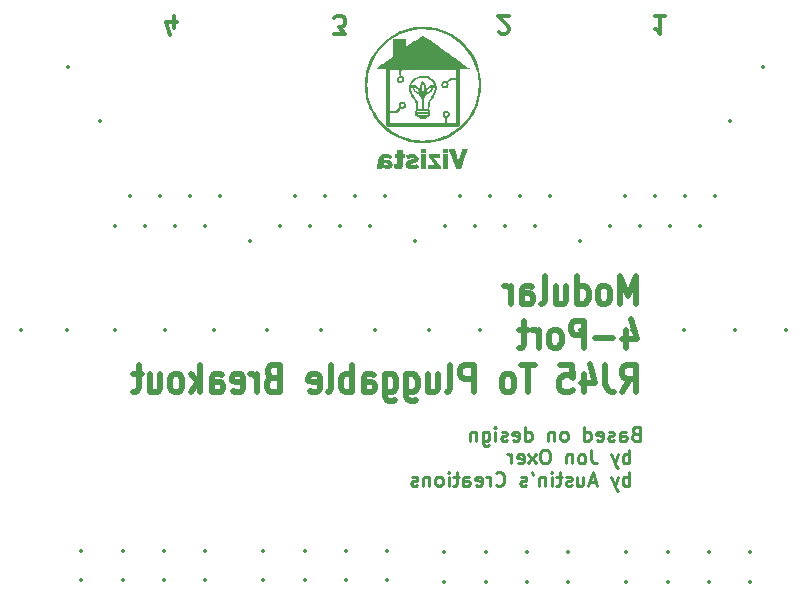
<source format=gbo>
%TF.GenerationSoftware,KiCad,Pcbnew,(6.0.9)*%
%TF.CreationDate,2023-11-10T22:24:20+05:30*%
%TF.ProjectId,RJ45-To-Terminal,524a3435-2d54-46f2-9d54-65726d696e61,2*%
%TF.SameCoordinates,Original*%
%TF.FileFunction,Legend,Bot*%
%TF.FilePolarity,Positive*%
%FSLAX46Y46*%
G04 Gerber Fmt 4.6, Leading zero omitted, Abs format (unit mm)*
G04 Created by KiCad (PCBNEW (6.0.9)) date 2023-11-10 22:24:20*
%MOMM*%
%LPD*%
G01*
G04 APERTURE LIST*
%ADD10C,0.300000*%
%ADD11C,0.476000*%
%ADD12C,0.241808*%
%ADD13C,0.350000*%
G04 APERTURE END LIST*
D10*
X156822828Y-65499371D02*
X156894257Y-65570800D01*
X157037114Y-65642228D01*
X157394257Y-65642228D01*
X157537114Y-65570800D01*
X157608542Y-65499371D01*
X157679971Y-65356514D01*
X157679971Y-65213657D01*
X157608542Y-64999371D01*
X156751400Y-64142228D01*
X157679971Y-64142228D01*
X129343114Y-65142228D02*
X129343114Y-64142228D01*
X128985971Y-65713657D02*
X128628828Y-64642228D01*
X129557400Y-64642228D01*
X142908400Y-65642228D02*
X143836971Y-65642228D01*
X143336971Y-65070800D01*
X143551257Y-65070800D01*
X143694114Y-64999371D01*
X143765542Y-64927942D01*
X143836971Y-64785085D01*
X143836971Y-64427942D01*
X143765542Y-64285085D01*
X143694114Y-64213657D01*
X143551257Y-64142228D01*
X143122685Y-64142228D01*
X142979828Y-64213657D01*
X142908400Y-64285085D01*
X170887971Y-64142228D02*
X170030828Y-64142228D01*
X170459400Y-64142228D02*
X170459400Y-65642228D01*
X170316542Y-65427942D01*
X170173685Y-65285085D01*
X170030828Y-65213657D01*
D11*
X168429209Y-88519653D02*
X168429209Y-86195653D01*
X167762542Y-87855653D01*
X167095876Y-86195653D01*
X167095876Y-88519653D01*
X165857780Y-88519653D02*
X166048257Y-88408986D01*
X166143495Y-88298320D01*
X166238733Y-88076986D01*
X166238733Y-87412986D01*
X166143495Y-87191653D01*
X166048257Y-87080986D01*
X165857780Y-86970320D01*
X165572066Y-86970320D01*
X165381590Y-87080986D01*
X165286352Y-87191653D01*
X165191114Y-87412986D01*
X165191114Y-88076986D01*
X165286352Y-88298320D01*
X165381590Y-88408986D01*
X165572066Y-88519653D01*
X165857780Y-88519653D01*
X163476828Y-88519653D02*
X163476828Y-86195653D01*
X163476828Y-88408986D02*
X163667304Y-88519653D01*
X164048257Y-88519653D01*
X164238733Y-88408986D01*
X164333971Y-88298320D01*
X164429209Y-88076986D01*
X164429209Y-87412986D01*
X164333971Y-87191653D01*
X164238733Y-87080986D01*
X164048257Y-86970320D01*
X163667304Y-86970320D01*
X163476828Y-87080986D01*
X161667304Y-86970320D02*
X161667304Y-88519653D01*
X162524447Y-86970320D02*
X162524447Y-88187653D01*
X162429209Y-88408986D01*
X162238733Y-88519653D01*
X161953019Y-88519653D01*
X161762542Y-88408986D01*
X161667304Y-88298320D01*
X160429209Y-88519653D02*
X160619685Y-88408986D01*
X160714923Y-88187653D01*
X160714923Y-86195653D01*
X158810161Y-88519653D02*
X158810161Y-87302320D01*
X158905400Y-87080986D01*
X159095876Y-86970320D01*
X159476828Y-86970320D01*
X159667304Y-87080986D01*
X158810161Y-88408986D02*
X159000638Y-88519653D01*
X159476828Y-88519653D01*
X159667304Y-88408986D01*
X159762542Y-88187653D01*
X159762542Y-87966320D01*
X159667304Y-87744986D01*
X159476828Y-87634320D01*
X159000638Y-87634320D01*
X158810161Y-87523653D01*
X157857780Y-88519653D02*
X157857780Y-86970320D01*
X157857780Y-87412986D02*
X157762542Y-87191653D01*
X157667304Y-87080986D01*
X157476828Y-86970320D01*
X157286352Y-86970320D01*
X167572066Y-90711960D02*
X167572066Y-92261293D01*
X168048257Y-89826626D02*
X168524447Y-91486626D01*
X167286352Y-91486626D01*
X166524447Y-91375960D02*
X165000638Y-91375960D01*
X164048257Y-92261293D02*
X164048257Y-89937293D01*
X163286352Y-89937293D01*
X163095876Y-90047960D01*
X163000638Y-90158626D01*
X162905400Y-90379960D01*
X162905400Y-90711960D01*
X163000638Y-90933293D01*
X163095876Y-91043960D01*
X163286352Y-91154626D01*
X164048257Y-91154626D01*
X161762542Y-92261293D02*
X161953019Y-92150626D01*
X162048257Y-92039960D01*
X162143495Y-91818626D01*
X162143495Y-91154626D01*
X162048257Y-90933293D01*
X161953019Y-90822626D01*
X161762542Y-90711960D01*
X161476828Y-90711960D01*
X161286352Y-90822626D01*
X161191114Y-90933293D01*
X161095876Y-91154626D01*
X161095876Y-91818626D01*
X161191114Y-92039960D01*
X161286352Y-92150626D01*
X161476828Y-92261293D01*
X161762542Y-92261293D01*
X160238733Y-92261293D02*
X160238733Y-90711960D01*
X160238733Y-91154626D02*
X160143495Y-90933293D01*
X160048257Y-90822626D01*
X159857780Y-90711960D01*
X159667304Y-90711960D01*
X159286352Y-90711960D02*
X158524447Y-90711960D01*
X159000638Y-89937293D02*
X159000638Y-91929293D01*
X158905400Y-92150626D01*
X158714923Y-92261293D01*
X158524447Y-92261293D01*
X167286352Y-96002933D02*
X167953019Y-94896266D01*
X168429209Y-96002933D02*
X168429209Y-93678933D01*
X167667304Y-93678933D01*
X167476828Y-93789600D01*
X167381590Y-93900266D01*
X167286352Y-94121600D01*
X167286352Y-94453600D01*
X167381590Y-94674933D01*
X167476828Y-94785600D01*
X167667304Y-94896266D01*
X168429209Y-94896266D01*
X165857780Y-93678933D02*
X165857780Y-95338933D01*
X165953019Y-95670933D01*
X166143495Y-95892266D01*
X166429209Y-96002933D01*
X166619685Y-96002933D01*
X164048257Y-94453600D02*
X164048257Y-96002933D01*
X164524447Y-93568266D02*
X165000638Y-95228266D01*
X163762542Y-95228266D01*
X162048257Y-93678933D02*
X163000638Y-93678933D01*
X163095876Y-94785600D01*
X163000638Y-94674933D01*
X162810161Y-94564266D01*
X162333971Y-94564266D01*
X162143495Y-94674933D01*
X162048257Y-94785600D01*
X161953019Y-95006933D01*
X161953019Y-95560266D01*
X162048257Y-95781600D01*
X162143495Y-95892266D01*
X162333971Y-96002933D01*
X162810161Y-96002933D01*
X163000638Y-95892266D01*
X163095876Y-95781600D01*
X159857780Y-93678933D02*
X158714923Y-93678933D01*
X159286352Y-96002933D02*
X159286352Y-93678933D01*
X157762542Y-96002933D02*
X157953019Y-95892266D01*
X158048257Y-95781600D01*
X158143495Y-95560266D01*
X158143495Y-94896266D01*
X158048257Y-94674933D01*
X157953019Y-94564266D01*
X157762542Y-94453600D01*
X157476828Y-94453600D01*
X157286352Y-94564266D01*
X157191114Y-94674933D01*
X157095876Y-94896266D01*
X157095876Y-95560266D01*
X157191114Y-95781600D01*
X157286352Y-95892266D01*
X157476828Y-96002933D01*
X157762542Y-96002933D01*
X154714923Y-96002933D02*
X154714923Y-93678933D01*
X153953019Y-93678933D01*
X153762542Y-93789600D01*
X153667304Y-93900266D01*
X153572066Y-94121600D01*
X153572066Y-94453600D01*
X153667304Y-94674933D01*
X153762542Y-94785600D01*
X153953019Y-94896266D01*
X154714923Y-94896266D01*
X152429209Y-96002933D02*
X152619685Y-95892266D01*
X152714923Y-95670933D01*
X152714923Y-93678933D01*
X150810161Y-94453600D02*
X150810161Y-96002933D01*
X151667304Y-94453600D02*
X151667304Y-95670933D01*
X151572066Y-95892266D01*
X151381590Y-96002933D01*
X151095876Y-96002933D01*
X150905400Y-95892266D01*
X150810161Y-95781600D01*
X149000638Y-94453600D02*
X149000638Y-96334933D01*
X149095876Y-96556266D01*
X149191114Y-96666933D01*
X149381590Y-96777600D01*
X149667304Y-96777600D01*
X149857780Y-96666933D01*
X149000638Y-95892266D02*
X149191114Y-96002933D01*
X149572066Y-96002933D01*
X149762542Y-95892266D01*
X149857780Y-95781600D01*
X149953019Y-95560266D01*
X149953019Y-94896266D01*
X149857780Y-94674933D01*
X149762542Y-94564266D01*
X149572066Y-94453600D01*
X149191114Y-94453600D01*
X149000638Y-94564266D01*
X147191114Y-94453600D02*
X147191114Y-96334933D01*
X147286352Y-96556266D01*
X147381590Y-96666933D01*
X147572066Y-96777600D01*
X147857780Y-96777600D01*
X148048257Y-96666933D01*
X147191114Y-95892266D02*
X147381590Y-96002933D01*
X147762542Y-96002933D01*
X147953019Y-95892266D01*
X148048257Y-95781600D01*
X148143495Y-95560266D01*
X148143495Y-94896266D01*
X148048257Y-94674933D01*
X147953019Y-94564266D01*
X147762542Y-94453600D01*
X147381590Y-94453600D01*
X147191114Y-94564266D01*
X145381590Y-96002933D02*
X145381590Y-94785600D01*
X145476828Y-94564266D01*
X145667304Y-94453600D01*
X146048257Y-94453600D01*
X146238733Y-94564266D01*
X145381590Y-95892266D02*
X145572066Y-96002933D01*
X146048257Y-96002933D01*
X146238733Y-95892266D01*
X146333971Y-95670933D01*
X146333971Y-95449600D01*
X146238733Y-95228266D01*
X146048257Y-95117600D01*
X145572066Y-95117600D01*
X145381590Y-95006933D01*
X144429209Y-96002933D02*
X144429209Y-93678933D01*
X144429209Y-94564266D02*
X144238733Y-94453600D01*
X143857780Y-94453600D01*
X143667304Y-94564266D01*
X143572066Y-94674933D01*
X143476828Y-94896266D01*
X143476828Y-95560266D01*
X143572066Y-95781600D01*
X143667304Y-95892266D01*
X143857780Y-96002933D01*
X144238733Y-96002933D01*
X144429209Y-95892266D01*
X142333971Y-96002933D02*
X142524447Y-95892266D01*
X142619685Y-95670933D01*
X142619685Y-93678933D01*
X140810161Y-95892266D02*
X141000638Y-96002933D01*
X141381590Y-96002933D01*
X141572066Y-95892266D01*
X141667304Y-95670933D01*
X141667304Y-94785600D01*
X141572066Y-94564266D01*
X141381590Y-94453600D01*
X141000638Y-94453600D01*
X140810161Y-94564266D01*
X140714923Y-94785600D01*
X140714923Y-95006933D01*
X141667304Y-95228266D01*
X137667304Y-94785600D02*
X137381590Y-94896266D01*
X137286352Y-95006933D01*
X137191114Y-95228266D01*
X137191114Y-95560266D01*
X137286352Y-95781600D01*
X137381590Y-95892266D01*
X137572066Y-96002933D01*
X138333971Y-96002933D01*
X138333971Y-93678933D01*
X137667304Y-93678933D01*
X137476828Y-93789600D01*
X137381590Y-93900266D01*
X137286352Y-94121600D01*
X137286352Y-94342933D01*
X137381590Y-94564266D01*
X137476828Y-94674933D01*
X137667304Y-94785600D01*
X138333971Y-94785600D01*
X136333971Y-96002933D02*
X136333971Y-94453600D01*
X136333971Y-94896266D02*
X136238733Y-94674933D01*
X136143495Y-94564266D01*
X135953019Y-94453600D01*
X135762542Y-94453600D01*
X134333971Y-95892266D02*
X134524447Y-96002933D01*
X134905400Y-96002933D01*
X135095876Y-95892266D01*
X135191114Y-95670933D01*
X135191114Y-94785600D01*
X135095876Y-94564266D01*
X134905400Y-94453600D01*
X134524447Y-94453600D01*
X134333971Y-94564266D01*
X134238733Y-94785600D01*
X134238733Y-95006933D01*
X135191114Y-95228266D01*
X132524447Y-96002933D02*
X132524447Y-94785600D01*
X132619685Y-94564266D01*
X132810161Y-94453600D01*
X133191114Y-94453600D01*
X133381590Y-94564266D01*
X132524447Y-95892266D02*
X132714923Y-96002933D01*
X133191114Y-96002933D01*
X133381590Y-95892266D01*
X133476828Y-95670933D01*
X133476828Y-95449600D01*
X133381590Y-95228266D01*
X133191114Y-95117600D01*
X132714923Y-95117600D01*
X132524447Y-95006933D01*
X131572066Y-96002933D02*
X131572066Y-93678933D01*
X131381590Y-95117600D02*
X130810161Y-96002933D01*
X130810161Y-94453600D02*
X131572066Y-95338933D01*
X129667304Y-96002933D02*
X129857780Y-95892266D01*
X129953019Y-95781600D01*
X130048257Y-95560266D01*
X130048257Y-94896266D01*
X129953019Y-94674933D01*
X129857780Y-94564266D01*
X129667304Y-94453600D01*
X129381590Y-94453600D01*
X129191114Y-94564266D01*
X129095876Y-94674933D01*
X129000638Y-94896266D01*
X129000638Y-95560266D01*
X129095876Y-95781600D01*
X129191114Y-95892266D01*
X129381590Y-96002933D01*
X129667304Y-96002933D01*
X127286352Y-94453600D02*
X127286352Y-96002933D01*
X128143495Y-94453600D02*
X128143495Y-95670933D01*
X128048257Y-95892266D01*
X127857780Y-96002933D01*
X127572066Y-96002933D01*
X127381590Y-95892266D01*
X127286352Y-95781600D01*
X126619685Y-94453600D02*
X125857780Y-94453600D01*
X126333971Y-93678933D02*
X126333971Y-95670933D01*
X126238733Y-95892266D01*
X126048257Y-96002933D01*
X125857780Y-96002933D01*
D12*
X168383000Y-99511470D02*
X168214344Y-99567688D01*
X168158126Y-99623907D01*
X168101907Y-99736344D01*
X168101907Y-99905000D01*
X168158126Y-100017438D01*
X168214344Y-100073656D01*
X168326782Y-100129875D01*
X168776531Y-100129875D01*
X168776531Y-98949283D01*
X168383000Y-98949283D01*
X168270563Y-99005502D01*
X168214344Y-99061720D01*
X168158126Y-99174158D01*
X168158126Y-99286595D01*
X168214344Y-99399032D01*
X168270563Y-99455251D01*
X168383000Y-99511470D01*
X168776531Y-99511470D01*
X167089971Y-100129875D02*
X167089971Y-99511470D01*
X167146190Y-99399032D01*
X167258627Y-99342814D01*
X167483502Y-99342814D01*
X167595939Y-99399032D01*
X167089971Y-100073656D02*
X167202408Y-100129875D01*
X167483502Y-100129875D01*
X167595939Y-100073656D01*
X167652158Y-99961219D01*
X167652158Y-99848782D01*
X167595939Y-99736344D01*
X167483502Y-99680126D01*
X167202408Y-99680126D01*
X167089971Y-99623907D01*
X166584003Y-100073656D02*
X166471566Y-100129875D01*
X166246691Y-100129875D01*
X166134254Y-100073656D01*
X166078035Y-99961219D01*
X166078035Y-99905000D01*
X166134254Y-99792563D01*
X166246691Y-99736344D01*
X166415347Y-99736344D01*
X166527784Y-99680126D01*
X166584003Y-99567688D01*
X166584003Y-99511470D01*
X166527784Y-99399032D01*
X166415347Y-99342814D01*
X166246691Y-99342814D01*
X166134254Y-99399032D01*
X165122318Y-100073656D02*
X165234755Y-100129875D01*
X165459630Y-100129875D01*
X165572067Y-100073656D01*
X165628286Y-99961219D01*
X165628286Y-99511470D01*
X165572067Y-99399032D01*
X165459630Y-99342814D01*
X165234755Y-99342814D01*
X165122318Y-99399032D01*
X165066099Y-99511470D01*
X165066099Y-99623907D01*
X165628286Y-99736344D01*
X164054163Y-100129875D02*
X164054163Y-98949283D01*
X164054163Y-100073656D02*
X164166600Y-100129875D01*
X164391475Y-100129875D01*
X164503912Y-100073656D01*
X164560131Y-100017438D01*
X164616350Y-99905000D01*
X164616350Y-99567688D01*
X164560131Y-99455251D01*
X164503912Y-99399032D01*
X164391475Y-99342814D01*
X164166600Y-99342814D01*
X164054163Y-99399032D01*
X162423822Y-100129875D02*
X162536259Y-100073656D01*
X162592478Y-100017438D01*
X162648696Y-99905000D01*
X162648696Y-99567688D01*
X162592478Y-99455251D01*
X162536259Y-99399032D01*
X162423822Y-99342814D01*
X162255166Y-99342814D01*
X162142728Y-99399032D01*
X162086510Y-99455251D01*
X162030291Y-99567688D01*
X162030291Y-99905000D01*
X162086510Y-100017438D01*
X162142728Y-100073656D01*
X162255166Y-100129875D01*
X162423822Y-100129875D01*
X161524323Y-99342814D02*
X161524323Y-100129875D01*
X161524323Y-99455251D02*
X161468104Y-99399032D01*
X161355667Y-99342814D01*
X161187011Y-99342814D01*
X161074574Y-99399032D01*
X161018355Y-99511470D01*
X161018355Y-100129875D01*
X159050702Y-100129875D02*
X159050702Y-98949283D01*
X159050702Y-100073656D02*
X159163139Y-100129875D01*
X159388014Y-100129875D01*
X159500451Y-100073656D01*
X159556670Y-100017438D01*
X159612888Y-99905000D01*
X159612888Y-99567688D01*
X159556670Y-99455251D01*
X159500451Y-99399032D01*
X159388014Y-99342814D01*
X159163139Y-99342814D01*
X159050702Y-99399032D01*
X158038766Y-100073656D02*
X158151203Y-100129875D01*
X158376078Y-100129875D01*
X158488515Y-100073656D01*
X158544734Y-99961219D01*
X158544734Y-99511470D01*
X158488515Y-99399032D01*
X158376078Y-99342814D01*
X158151203Y-99342814D01*
X158038766Y-99399032D01*
X157982547Y-99511470D01*
X157982547Y-99623907D01*
X158544734Y-99736344D01*
X157532798Y-100073656D02*
X157420360Y-100129875D01*
X157195486Y-100129875D01*
X157083048Y-100073656D01*
X157026830Y-99961219D01*
X157026830Y-99905000D01*
X157083048Y-99792563D01*
X157195486Y-99736344D01*
X157364142Y-99736344D01*
X157476579Y-99680126D01*
X157532798Y-99567688D01*
X157532798Y-99511470D01*
X157476579Y-99399032D01*
X157364142Y-99342814D01*
X157195486Y-99342814D01*
X157083048Y-99399032D01*
X156520862Y-100129875D02*
X156520862Y-99342814D01*
X156520862Y-98949283D02*
X156577080Y-99005502D01*
X156520862Y-99061720D01*
X156464643Y-99005502D01*
X156520862Y-98949283D01*
X156520862Y-99061720D01*
X155452707Y-99342814D02*
X155452707Y-100298531D01*
X155508926Y-100410968D01*
X155565144Y-100467187D01*
X155677582Y-100523406D01*
X155846238Y-100523406D01*
X155958675Y-100467187D01*
X155452707Y-100073656D02*
X155565144Y-100129875D01*
X155790019Y-100129875D01*
X155902456Y-100073656D01*
X155958675Y-100017438D01*
X156014894Y-99905000D01*
X156014894Y-99567688D01*
X155958675Y-99455251D01*
X155902456Y-99399032D01*
X155790019Y-99342814D01*
X155565144Y-99342814D01*
X155452707Y-99399032D01*
X154890520Y-99342814D02*
X154890520Y-100129875D01*
X154890520Y-99455251D02*
X154834302Y-99399032D01*
X154721864Y-99342814D01*
X154553208Y-99342814D01*
X154440771Y-99399032D01*
X154384552Y-99511470D01*
X154384552Y-100129875D01*
X167877032Y-102030628D02*
X167877032Y-100850036D01*
X167877032Y-101299785D02*
X167764595Y-101243567D01*
X167539720Y-101243567D01*
X167427283Y-101299785D01*
X167371064Y-101356004D01*
X167314846Y-101468441D01*
X167314846Y-101805753D01*
X167371064Y-101918191D01*
X167427283Y-101974409D01*
X167539720Y-102030628D01*
X167764595Y-102030628D01*
X167877032Y-101974409D01*
X166921315Y-101243567D02*
X166640222Y-102030628D01*
X166359128Y-101243567D02*
X166640222Y-102030628D01*
X166752659Y-102311721D01*
X166808878Y-102367940D01*
X166921315Y-102424159D01*
X164672568Y-100850036D02*
X164672568Y-101693316D01*
X164728787Y-101861972D01*
X164841224Y-101974409D01*
X165009880Y-102030628D01*
X165122318Y-102030628D01*
X163941726Y-102030628D02*
X164054163Y-101974409D01*
X164110382Y-101918191D01*
X164166600Y-101805753D01*
X164166600Y-101468441D01*
X164110382Y-101356004D01*
X164054163Y-101299785D01*
X163941726Y-101243567D01*
X163773070Y-101243567D01*
X163660632Y-101299785D01*
X163604414Y-101356004D01*
X163548195Y-101468441D01*
X163548195Y-101805753D01*
X163604414Y-101918191D01*
X163660632Y-101974409D01*
X163773070Y-102030628D01*
X163941726Y-102030628D01*
X163042227Y-101243567D02*
X163042227Y-102030628D01*
X163042227Y-101356004D02*
X162986008Y-101299785D01*
X162873571Y-101243567D01*
X162704915Y-101243567D01*
X162592478Y-101299785D01*
X162536259Y-101412223D01*
X162536259Y-102030628D01*
X160849699Y-100850036D02*
X160624824Y-100850036D01*
X160512387Y-100906255D01*
X160399950Y-101018692D01*
X160343731Y-101243567D01*
X160343731Y-101637097D01*
X160399950Y-101861972D01*
X160512387Y-101974409D01*
X160624824Y-102030628D01*
X160849699Y-102030628D01*
X160962136Y-101974409D01*
X161074574Y-101861972D01*
X161130792Y-101637097D01*
X161130792Y-101243567D01*
X161074574Y-101018692D01*
X160962136Y-100906255D01*
X160849699Y-100850036D01*
X159950200Y-102030628D02*
X159331795Y-101243567D01*
X159950200Y-101243567D02*
X159331795Y-102030628D01*
X158432296Y-101974409D02*
X158544734Y-102030628D01*
X158769608Y-102030628D01*
X158882046Y-101974409D01*
X158938264Y-101861972D01*
X158938264Y-101412223D01*
X158882046Y-101299785D01*
X158769608Y-101243567D01*
X158544734Y-101243567D01*
X158432296Y-101299785D01*
X158376078Y-101412223D01*
X158376078Y-101524660D01*
X158938264Y-101637097D01*
X157870110Y-102030628D02*
X157870110Y-101243567D01*
X157870110Y-101468441D02*
X157813891Y-101356004D01*
X157757672Y-101299785D01*
X157645235Y-101243567D01*
X157532798Y-101243567D01*
X167877032Y-103931381D02*
X167877032Y-102750789D01*
X167877032Y-103200538D02*
X167764595Y-103144320D01*
X167539720Y-103144320D01*
X167427283Y-103200538D01*
X167371064Y-103256757D01*
X167314846Y-103369194D01*
X167314846Y-103706506D01*
X167371064Y-103818944D01*
X167427283Y-103875162D01*
X167539720Y-103931381D01*
X167764595Y-103931381D01*
X167877032Y-103875162D01*
X166921315Y-103144320D02*
X166640222Y-103931381D01*
X166359128Y-103144320D02*
X166640222Y-103931381D01*
X166752659Y-104212474D01*
X166808878Y-104268693D01*
X166921315Y-104324912D01*
X165066099Y-103594069D02*
X164503912Y-103594069D01*
X165178536Y-103931381D02*
X164785006Y-102750789D01*
X164391475Y-103931381D01*
X163491976Y-103144320D02*
X163491976Y-103931381D01*
X163997944Y-103144320D02*
X163997944Y-103762725D01*
X163941726Y-103875162D01*
X163829288Y-103931381D01*
X163660632Y-103931381D01*
X163548195Y-103875162D01*
X163491976Y-103818944D01*
X162986008Y-103875162D02*
X162873571Y-103931381D01*
X162648696Y-103931381D01*
X162536259Y-103875162D01*
X162480040Y-103762725D01*
X162480040Y-103706506D01*
X162536259Y-103594069D01*
X162648696Y-103537850D01*
X162817352Y-103537850D01*
X162929790Y-103481632D01*
X162986008Y-103369194D01*
X162986008Y-103312976D01*
X162929790Y-103200538D01*
X162817352Y-103144320D01*
X162648696Y-103144320D01*
X162536259Y-103200538D01*
X162142728Y-103144320D02*
X161692979Y-103144320D01*
X161974072Y-102750789D02*
X161974072Y-103762725D01*
X161917854Y-103875162D01*
X161805416Y-103931381D01*
X161692979Y-103931381D01*
X161299448Y-103931381D02*
X161299448Y-103144320D01*
X161299448Y-102750789D02*
X161355667Y-102807008D01*
X161299448Y-102863226D01*
X161243230Y-102807008D01*
X161299448Y-102750789D01*
X161299448Y-102863226D01*
X160737262Y-103144320D02*
X160737262Y-103931381D01*
X160737262Y-103256757D02*
X160681043Y-103200538D01*
X160568606Y-103144320D01*
X160399950Y-103144320D01*
X160287512Y-103200538D01*
X160231294Y-103312976D01*
X160231294Y-103931381D01*
X159612888Y-102750789D02*
X159725326Y-102975664D01*
X159163139Y-103875162D02*
X159050702Y-103931381D01*
X158825827Y-103931381D01*
X158713390Y-103875162D01*
X158657171Y-103762725D01*
X158657171Y-103706506D01*
X158713390Y-103594069D01*
X158825827Y-103537850D01*
X158994483Y-103537850D01*
X159106920Y-103481632D01*
X159163139Y-103369194D01*
X159163139Y-103312976D01*
X159106920Y-103200538D01*
X158994483Y-103144320D01*
X158825827Y-103144320D01*
X158713390Y-103200538D01*
X156577080Y-103818944D02*
X156633299Y-103875162D01*
X156801955Y-103931381D01*
X156914392Y-103931381D01*
X157083048Y-103875162D01*
X157195486Y-103762725D01*
X157251704Y-103650288D01*
X157307923Y-103425413D01*
X157307923Y-103256757D01*
X157251704Y-103031882D01*
X157195486Y-102919445D01*
X157083048Y-102807008D01*
X156914392Y-102750789D01*
X156801955Y-102750789D01*
X156633299Y-102807008D01*
X156577080Y-102863226D01*
X156071112Y-103931381D02*
X156071112Y-103144320D01*
X156071112Y-103369194D02*
X156014894Y-103256757D01*
X155958675Y-103200538D01*
X155846238Y-103144320D01*
X155733800Y-103144320D01*
X154890520Y-103875162D02*
X155002958Y-103931381D01*
X155227832Y-103931381D01*
X155340270Y-103875162D01*
X155396488Y-103762725D01*
X155396488Y-103312976D01*
X155340270Y-103200538D01*
X155227832Y-103144320D01*
X155002958Y-103144320D01*
X154890520Y-103200538D01*
X154834302Y-103312976D01*
X154834302Y-103425413D01*
X155396488Y-103537850D01*
X153822366Y-103931381D02*
X153822366Y-103312976D01*
X153878584Y-103200538D01*
X153991022Y-103144320D01*
X154215896Y-103144320D01*
X154328334Y-103200538D01*
X153822366Y-103875162D02*
X153934803Y-103931381D01*
X154215896Y-103931381D01*
X154328334Y-103875162D01*
X154384552Y-103762725D01*
X154384552Y-103650288D01*
X154328334Y-103537850D01*
X154215896Y-103481632D01*
X153934803Y-103481632D01*
X153822366Y-103425413D01*
X153428835Y-103144320D02*
X152979086Y-103144320D01*
X153260179Y-102750789D02*
X153260179Y-103762725D01*
X153203960Y-103875162D01*
X153091523Y-103931381D01*
X152979086Y-103931381D01*
X152585555Y-103931381D02*
X152585555Y-103144320D01*
X152585555Y-102750789D02*
X152641774Y-102807008D01*
X152585555Y-102863226D01*
X152529336Y-102807008D01*
X152585555Y-102750789D01*
X152585555Y-102863226D01*
X151854712Y-103931381D02*
X151967150Y-103875162D01*
X152023368Y-103818944D01*
X152079587Y-103706506D01*
X152079587Y-103369194D01*
X152023368Y-103256757D01*
X151967150Y-103200538D01*
X151854712Y-103144320D01*
X151686056Y-103144320D01*
X151573619Y-103200538D01*
X151517400Y-103256757D01*
X151461182Y-103369194D01*
X151461182Y-103706506D01*
X151517400Y-103818944D01*
X151573619Y-103875162D01*
X151686056Y-103931381D01*
X151854712Y-103931381D01*
X150955214Y-103144320D02*
X150955214Y-103931381D01*
X150955214Y-103256757D02*
X150898995Y-103200538D01*
X150786558Y-103144320D01*
X150617902Y-103144320D01*
X150505464Y-103200538D01*
X150449246Y-103312976D01*
X150449246Y-103931381D01*
X149943278Y-103875162D02*
X149830840Y-103931381D01*
X149605966Y-103931381D01*
X149493528Y-103875162D01*
X149437310Y-103762725D01*
X149437310Y-103706506D01*
X149493528Y-103594069D01*
X149605966Y-103537850D01*
X149774622Y-103537850D01*
X149887059Y-103481632D01*
X149943278Y-103369194D01*
X149943278Y-103312976D01*
X149887059Y-103200538D01*
X149774622Y-103144320D01*
X149605966Y-103144320D01*
X149493528Y-103200538D01*
%TO.C,G\u002A\u002A\u002A*%
G36*
X153475699Y-73474296D02*
G01*
X153416159Y-73533835D01*
X150425459Y-73533535D01*
X150015248Y-73533433D01*
X149628464Y-73533193D01*
X149279130Y-73532803D01*
X148965569Y-73532249D01*
X148686108Y-73531515D01*
X148439073Y-73530588D01*
X148222790Y-73529454D01*
X148035585Y-73528098D01*
X147875782Y-73526505D01*
X147741710Y-73524662D01*
X147631692Y-73522554D01*
X147544055Y-73520168D01*
X147477125Y-73517487D01*
X147429228Y-73514499D01*
X147398690Y-73511189D01*
X147383836Y-73507543D01*
X147380045Y-73505475D01*
X147338908Y-73466263D01*
X147308602Y-73411091D01*
X147308416Y-73410530D01*
X147304443Y-73387508D01*
X147300872Y-73343496D01*
X147297685Y-73276848D01*
X147294916Y-73187564D01*
X147627436Y-73187564D01*
X152292737Y-73187564D01*
X152291952Y-72968599D01*
X152291168Y-72749633D01*
X152227456Y-72708895D01*
X152215913Y-72701322D01*
X152136576Y-72631316D01*
X152092492Y-72548425D01*
X152078864Y-72444100D01*
X152079143Y-72428343D01*
X152254107Y-72428343D01*
X152259320Y-72491705D01*
X152287645Y-72539691D01*
X152313768Y-72559258D01*
X152353844Y-72580910D01*
X152359286Y-72582419D01*
X152409132Y-72579653D01*
X152463833Y-72559415D01*
X152500631Y-72529653D01*
X152507934Y-72514732D01*
X152516524Y-72455388D01*
X152506252Y-72391878D01*
X152479545Y-72345412D01*
X152463662Y-72333642D01*
X152402408Y-72314000D01*
X152336921Y-72319216D01*
X152285710Y-72348952D01*
X152272191Y-72367902D01*
X152254107Y-72428343D01*
X152079143Y-72428343D01*
X152079202Y-72424977D01*
X152095362Y-72330689D01*
X152140024Y-72252924D01*
X152219106Y-72180563D01*
X152223184Y-72177630D01*
X152297248Y-72146631D01*
X152387881Y-72136909D01*
X152478105Y-72148436D01*
X152550947Y-72181177D01*
X152627452Y-72254610D01*
X152680989Y-72345334D01*
X152700115Y-72439247D01*
X152699032Y-72455388D01*
X152697843Y-72473098D01*
X152669686Y-72568389D01*
X152615856Y-72652755D01*
X152544555Y-72711824D01*
X152476057Y-72748713D01*
X152476057Y-73187564D01*
X153188968Y-73187564D01*
X153188968Y-69521165D01*
X152813240Y-69521165D01*
X152686473Y-69646805D01*
X152559705Y-69772446D01*
X152571378Y-69897449D01*
X152573406Y-69930518D01*
X152571377Y-69948912D01*
X152560450Y-70047971D01*
X152515849Y-70143542D01*
X152441809Y-70213809D01*
X152340536Y-70255352D01*
X152311368Y-70260764D01*
X152206599Y-70258696D01*
X152115951Y-70225195D01*
X152042830Y-70166693D01*
X151990638Y-70089615D01*
X151962779Y-70000393D01*
X151962679Y-69921544D01*
X152133838Y-69921544D01*
X152136637Y-69986419D01*
X152176929Y-70047205D01*
X152222445Y-70077940D01*
X152269515Y-70091494D01*
X152304706Y-70082940D01*
X152356592Y-70048007D01*
X152398021Y-69998743D01*
X152414950Y-69948912D01*
X152405312Y-69913257D01*
X152370307Y-69863289D01*
X152322620Y-69822928D01*
X152276041Y-69806329D01*
X152275319Y-69806336D01*
X152232230Y-69818987D01*
X152183455Y-69848545D01*
X152168218Y-69862120D01*
X152133838Y-69921544D01*
X151962679Y-69921544D01*
X151962659Y-69905453D01*
X151993681Y-69811226D01*
X152059250Y-69724139D01*
X152079317Y-69705049D01*
X152115418Y-69676297D01*
X152152838Y-69660754D01*
X152204713Y-69654240D01*
X152284183Y-69652574D01*
X152436284Y-69651585D01*
X152583955Y-69504899D01*
X152731626Y-69358214D01*
X153188968Y-69358214D01*
X153188968Y-68685866D01*
X150892376Y-68691045D01*
X148595784Y-68696225D01*
X148590074Y-68944696D01*
X148588201Y-69035891D01*
X148588031Y-69111350D01*
X148591099Y-69159797D01*
X148598514Y-69188632D01*
X148611383Y-69205258D01*
X148630811Y-69217073D01*
X148699386Y-69261828D01*
X148771682Y-69342589D01*
X148811918Y-69436327D01*
X148816526Y-69503650D01*
X148818729Y-69535830D01*
X148790750Y-69633887D01*
X148726615Y-69723287D01*
X148673254Y-69766823D01*
X148575839Y-69808953D01*
X148473056Y-69814717D01*
X148372773Y-69784215D01*
X148282860Y-69717551D01*
X148244938Y-69670481D01*
X148202586Y-69574473D01*
X148196539Y-69497123D01*
X148361542Y-69497123D01*
X148361549Y-69497845D01*
X148374200Y-69540934D01*
X148403758Y-69589709D01*
X148417333Y-69604946D01*
X148476757Y-69639326D01*
X148541632Y-69636527D01*
X148602418Y-69596235D01*
X148633153Y-69550719D01*
X148646707Y-69503650D01*
X148638153Y-69468458D01*
X148603220Y-69416572D01*
X148553955Y-69375144D01*
X148504124Y-69358214D01*
X148468470Y-69367852D01*
X148418502Y-69402857D01*
X148378141Y-69450544D01*
X148361542Y-69497123D01*
X148196539Y-69497123D01*
X148194692Y-69473490D01*
X148219876Y-69375920D01*
X148276759Y-69290149D01*
X148363961Y-69224565D01*
X148423889Y-69193575D01*
X148418177Y-68944900D01*
X148412464Y-68696225D01*
X147638447Y-68696225D01*
X147638447Y-72158936D01*
X147870516Y-72164722D01*
X148102586Y-72170509D01*
X148402944Y-71870151D01*
X148370705Y-71792992D01*
X148349623Y-71701966D01*
X148354080Y-71662564D01*
X148527503Y-71662564D01*
X148529847Y-71723820D01*
X148565231Y-71782111D01*
X148574937Y-71790986D01*
X148637374Y-71820656D01*
X148703520Y-71817293D01*
X148761304Y-71783924D01*
X148798658Y-71723574D01*
X148800480Y-71716929D01*
X148797412Y-71654786D01*
X148767169Y-71595849D01*
X148718540Y-71558260D01*
X148658892Y-71548357D01*
X148598008Y-71566098D01*
X148552217Y-71607079D01*
X148527503Y-71662564D01*
X148354080Y-71662564D01*
X148360684Y-71604173D01*
X148402193Y-71515049D01*
X148469000Y-71442098D01*
X148555951Y-71392825D01*
X148657893Y-71374733D01*
X148751752Y-71389219D01*
X148849577Y-71439360D01*
X148926047Y-71520251D01*
X148928036Y-71523270D01*
X148958722Y-71579132D01*
X148970705Y-71633479D01*
X148968688Y-71706900D01*
X148967598Y-71716929D01*
X148965468Y-71736534D01*
X148937895Y-71834979D01*
X148882336Y-71909137D01*
X148792982Y-71967629D01*
X148776380Y-71975528D01*
X148698575Y-72000170D01*
X148619846Y-71999452D01*
X148587548Y-71995692D01*
X148556636Y-71997140D01*
X148526441Y-72009250D01*
X148489574Y-72036547D01*
X148438645Y-72083560D01*
X148366265Y-72154817D01*
X148197852Y-72321887D01*
X147918149Y-72332071D01*
X147638447Y-72342256D01*
X147632941Y-72764910D01*
X147627436Y-73187564D01*
X147294916Y-73187564D01*
X147294865Y-73185920D01*
X147292395Y-73069066D01*
X147290258Y-72924639D01*
X147288436Y-72750995D01*
X147286911Y-72546487D01*
X147285666Y-72309470D01*
X147284684Y-72038298D01*
X147283948Y-71731326D01*
X147283439Y-71386908D01*
X147283141Y-71003399D01*
X147281991Y-68666466D01*
X146840603Y-68660977D01*
X146399214Y-68655487D01*
X146978093Y-68239725D01*
X147075035Y-68170120D01*
X147215576Y-68069283D01*
X147348613Y-67973911D01*
X147469032Y-67887665D01*
X147571718Y-67814209D01*
X147651555Y-67757206D01*
X147703429Y-67720319D01*
X147849886Y-67616674D01*
X147862504Y-66129746D01*
X148962424Y-66129746D01*
X148972609Y-66468310D01*
X148982793Y-66806874D01*
X149685520Y-66301443D01*
X149768409Y-66241994D01*
X149913973Y-66138439D01*
X150048241Y-66043981D01*
X150167604Y-65961098D01*
X150268453Y-65892265D01*
X150347179Y-65839960D01*
X150400174Y-65806658D01*
X150423827Y-65794835D01*
X150425861Y-65795304D01*
X150454742Y-65811418D01*
X150513110Y-65848994D01*
X150598061Y-65906016D01*
X150706690Y-65980471D01*
X150836094Y-66070344D01*
X150983369Y-66173621D01*
X151145611Y-66288287D01*
X151319915Y-66412327D01*
X151503378Y-66543727D01*
X151623596Y-66630099D01*
X152004510Y-66903745D01*
X152358676Y-67158133D01*
X152685517Y-67392850D01*
X152984461Y-67607484D01*
X153254932Y-67801624D01*
X153496356Y-67974856D01*
X153708158Y-68126770D01*
X153889764Y-68256952D01*
X154040600Y-68364991D01*
X154160091Y-68450474D01*
X154247662Y-68512989D01*
X154302740Y-68552125D01*
X154448990Y-68655487D01*
X153992115Y-68660962D01*
X153535239Y-68666437D01*
X153535239Y-73414756D01*
X153475699Y-73474296D01*
G37*
G36*
X147842508Y-76782779D02*
G01*
X147804526Y-76887929D01*
X147735377Y-76979712D01*
X147638226Y-77052371D01*
X147516233Y-77100151D01*
X147425418Y-77109436D01*
X147306284Y-77091743D01*
X147185470Y-77045909D01*
X147074232Y-76975118D01*
X146998870Y-76914793D01*
X146965866Y-76984343D01*
X146929225Y-77037053D01*
X146868092Y-77081234D01*
X146850336Y-77087058D01*
X146789152Y-77097521D01*
X146712312Y-77103101D01*
X146633805Y-77103528D01*
X146567619Y-77098530D01*
X146527743Y-77087835D01*
X146523576Y-77081152D01*
X146515580Y-77041409D01*
X146510043Y-76975379D01*
X146507974Y-76892995D01*
X146508472Y-76813356D01*
X146511447Y-76755261D01*
X146518976Y-76721471D01*
X146533130Y-76703315D01*
X146555984Y-76692120D01*
X146568024Y-76687056D01*
X146585124Y-76674330D01*
X146596535Y-76651035D01*
X146600879Y-76626993D01*
X147078614Y-76626993D01*
X147080968Y-76662047D01*
X147102011Y-76711701D01*
X147153347Y-76749070D01*
X147202667Y-76766164D01*
X147275563Y-76772339D01*
X147343848Y-76761707D01*
X147390863Y-76735239D01*
X147419187Y-76688892D01*
X147419748Y-76635751D01*
X147387633Y-76590933D01*
X147327227Y-76559979D01*
X147242919Y-76548430D01*
X147163624Y-76551361D01*
X147111379Y-76563118D01*
X147085457Y-76587174D01*
X147078614Y-76626993D01*
X146600879Y-76626993D01*
X146604015Y-76609635D01*
X146609321Y-76542592D01*
X146614209Y-76442371D01*
X146623560Y-76320461D01*
X146650644Y-76175384D01*
X146696159Y-76061427D01*
X146762677Y-75974404D01*
X146852768Y-75910125D01*
X146969003Y-75864403D01*
X146977390Y-75862061D01*
X147090722Y-75842865D01*
X147225742Y-75837082D01*
X147367268Y-75844026D01*
X147500118Y-75863009D01*
X147609112Y-75893346D01*
X147662721Y-75914360D01*
X147730013Y-75944302D01*
X147766242Y-75972219D01*
X147775766Y-76006365D01*
X147762943Y-76054993D01*
X147732130Y-76126359D01*
X147727455Y-76136723D01*
X147697327Y-76200867D01*
X147674014Y-76246127D01*
X147662233Y-76263266D01*
X147649827Y-76258241D01*
X147610168Y-76237895D01*
X147554445Y-76207252D01*
X147504893Y-76181610D01*
X147449545Y-76162467D01*
X147385044Y-76153477D01*
X147295667Y-76151237D01*
X147250714Y-76151939D01*
X147166306Y-76160736D01*
X147113425Y-76182390D01*
X147086085Y-76220401D01*
X147078302Y-76278266D01*
X147078356Y-76285059D01*
X147083475Y-76311639D01*
X147105098Y-76318404D01*
X147154686Y-76310137D01*
X147222109Y-76299938D01*
X147349791Y-76297116D01*
X147474904Y-76312181D01*
X147579815Y-76343738D01*
X147586156Y-76346568D01*
X147688381Y-76403171D01*
X147760808Y-76470674D01*
X147813822Y-76558615D01*
X147836214Y-76635751D01*
X147846161Y-76670017D01*
X147842508Y-76782779D01*
G37*
G36*
X152516795Y-76463560D02*
G01*
X152516743Y-76515320D01*
X152515992Y-76664983D01*
X152514438Y-76799657D01*
X152512198Y-76914194D01*
X152509391Y-77003443D01*
X152506135Y-77062255D01*
X152502548Y-77085479D01*
X152489994Y-77089295D01*
X152443173Y-77093379D01*
X152371235Y-77095058D01*
X152283582Y-77093966D01*
X152078864Y-77088206D01*
X152068082Y-75855888D01*
X152516795Y-75855888D01*
X152516795Y-76463560D01*
G37*
G36*
X151881159Y-76003563D02*
G01*
X151875175Y-76151237D01*
X151615028Y-76156941D01*
X151354882Y-76162645D01*
X151630305Y-76489024D01*
X151905728Y-76815402D01*
X151905728Y-76943317D01*
X151904120Y-77004415D01*
X151899080Y-77058893D01*
X151891801Y-77085159D01*
X151878025Y-77087928D01*
X151828092Y-77090986D01*
X151747365Y-77093181D01*
X151641551Y-77094418D01*
X151516356Y-77094605D01*
X151377487Y-77093646D01*
X150877100Y-77088206D01*
X150871150Y-76930347D01*
X150865201Y-76772488D01*
X151141038Y-76772488D01*
X151170024Y-76772433D01*
X151266906Y-76771375D01*
X151345282Y-76769180D01*
X151397742Y-76766115D01*
X151416875Y-76762452D01*
X151416305Y-76761116D01*
X151398775Y-76737319D01*
X151359653Y-76688281D01*
X151302874Y-76618824D01*
X151232371Y-76533769D01*
X151152079Y-76437938D01*
X150887284Y-76123459D01*
X150887284Y-75855888D01*
X151887144Y-75855888D01*
X151881159Y-76003563D01*
G37*
G36*
X150683595Y-76463560D02*
G01*
X150683544Y-76515320D01*
X150682793Y-76664983D01*
X150681238Y-76799657D01*
X150678999Y-76914194D01*
X150676192Y-77003443D01*
X150672936Y-77062255D01*
X150669348Y-77085479D01*
X150656795Y-77089295D01*
X150609974Y-77093379D01*
X150538035Y-77095058D01*
X150450383Y-77093966D01*
X150245664Y-77088206D01*
X150234882Y-75855888D01*
X150683595Y-75855888D01*
X150683595Y-76463560D01*
G37*
G36*
X155276909Y-70824722D02*
G01*
X155183573Y-71243118D01*
X155054540Y-71653415D01*
X154891746Y-72050962D01*
X154697127Y-72431112D01*
X154472618Y-72789215D01*
X154220155Y-73120621D01*
X154213506Y-73128507D01*
X154095916Y-73260631D01*
X153958519Y-73403817D01*
X153810315Y-73549447D01*
X153660300Y-73688904D01*
X153517472Y-73813574D01*
X153390828Y-73914837D01*
X153298504Y-73982546D01*
X152919932Y-74229415D01*
X152525523Y-74438768D01*
X152115582Y-74610491D01*
X151690415Y-74744468D01*
X151250328Y-74840583D01*
X150795624Y-74898720D01*
X150771117Y-74900675D01*
X150552513Y-74909684D01*
X150309234Y-74906968D01*
X150053773Y-74893404D01*
X149798625Y-74869870D01*
X149556285Y-74837243D01*
X149339249Y-74796402D01*
X149032857Y-74717447D01*
X148618124Y-74575370D01*
X148219583Y-74397591D01*
X147839376Y-74185897D01*
X147479642Y-73942070D01*
X147142523Y-73667898D01*
X146830160Y-73365165D01*
X146544692Y-73035656D01*
X146288262Y-72681156D01*
X146063009Y-72303451D01*
X145871074Y-71904325D01*
X145807009Y-71747711D01*
X145697072Y-71435496D01*
X145612887Y-71124143D01*
X145552504Y-70804295D01*
X145513972Y-70466592D01*
X145495341Y-70101678D01*
X145493493Y-69978024D01*
X145494249Y-69953308D01*
X145708983Y-69953308D01*
X145714486Y-70236230D01*
X145733305Y-70507342D01*
X145765440Y-70753482D01*
X145780643Y-70838414D01*
X145879708Y-71256123D01*
X146016791Y-71665214D01*
X146189858Y-72060917D01*
X146396874Y-72438466D01*
X146635804Y-72793093D01*
X146682149Y-72853285D01*
X146791628Y-72985098D01*
X146918498Y-73127485D01*
X147054465Y-73271759D01*
X147191234Y-73409233D01*
X147320511Y-73531222D01*
X147434003Y-73629038D01*
X147594315Y-73751822D01*
X147875795Y-73942297D01*
X148175018Y-74117240D01*
X148482533Y-74271668D01*
X148788889Y-74400601D01*
X149084638Y-74499057D01*
X149121187Y-74509216D01*
X149339396Y-74562687D01*
X149574945Y-74610073D01*
X149809596Y-74648000D01*
X150025112Y-74673092D01*
X150335398Y-74689514D01*
X150762905Y-74677433D01*
X151189811Y-74625775D01*
X151612646Y-74535003D01*
X152027942Y-74405582D01*
X152037009Y-74402277D01*
X152190232Y-74341226D01*
X152361052Y-74265048D01*
X152538226Y-74179364D01*
X152710514Y-74089801D01*
X152866673Y-74001981D01*
X152995464Y-73921529D01*
X153001710Y-73917322D01*
X153367229Y-73647598D01*
X153700098Y-73353725D01*
X153999978Y-73036177D01*
X154266533Y-72695429D01*
X154499425Y-72331956D01*
X154698316Y-71946234D01*
X154862869Y-71538736D01*
X154992748Y-71109938D01*
X154997570Y-71090851D01*
X155062279Y-70769822D01*
X155103511Y-70425678D01*
X155121094Y-70068118D01*
X155114854Y-69706843D01*
X155084618Y-69351552D01*
X155030212Y-69011945D01*
X154974571Y-68772933D01*
X154849798Y-68375814D01*
X154688173Y-67989456D01*
X154491903Y-67617150D01*
X154263192Y-67262191D01*
X154004247Y-66927871D01*
X153717272Y-66617484D01*
X153404472Y-66334324D01*
X153068054Y-66081683D01*
X152885885Y-65963887D01*
X152510378Y-65756278D01*
X152120904Y-65585154D01*
X151720166Y-65450613D01*
X151310871Y-65352751D01*
X150895725Y-65291667D01*
X150477432Y-65267456D01*
X150058699Y-65280216D01*
X149642230Y-65330043D01*
X149230731Y-65417035D01*
X148826908Y-65541289D01*
X148433465Y-65702901D01*
X148053110Y-65901968D01*
X147835982Y-66036487D01*
X147481039Y-66293117D01*
X147154322Y-66577932D01*
X146857113Y-66889083D01*
X146590693Y-67224719D01*
X146356343Y-67582992D01*
X146155344Y-67962051D01*
X145988977Y-68360046D01*
X145858523Y-68775128D01*
X145765263Y-69205447D01*
X145737934Y-69404696D01*
X145716799Y-69671742D01*
X145708983Y-69953308D01*
X145494249Y-69953308D01*
X145506176Y-69563522D01*
X145549446Y-69169480D01*
X145624457Y-68789648D01*
X145732362Y-68417773D01*
X145874315Y-68047606D01*
X146023463Y-67730927D01*
X146244116Y-67344976D01*
X146496695Y-66982038D01*
X146779315Y-66644133D01*
X147090095Y-66333281D01*
X147427150Y-66051502D01*
X147788596Y-65800814D01*
X148172552Y-65583237D01*
X148453597Y-65451189D01*
X148868317Y-65292921D01*
X149292280Y-65172678D01*
X149722787Y-65090812D01*
X150157140Y-65047675D01*
X150592638Y-65043621D01*
X151026584Y-65079002D01*
X151456278Y-65154170D01*
X151634493Y-65197846D01*
X151951897Y-65293463D01*
X152268956Y-65410189D01*
X152575631Y-65543848D01*
X152861884Y-65690266D01*
X153117677Y-65845266D01*
X153176506Y-65885123D01*
X153482018Y-66114434D01*
X153777153Y-66372454D01*
X154054327Y-66651645D01*
X154305957Y-66944470D01*
X154524458Y-67243393D01*
X154693824Y-67517828D01*
X154892552Y-67905525D01*
X155056821Y-68310637D01*
X155185657Y-68729270D01*
X155278090Y-69157526D01*
X155333146Y-69591508D01*
X155349855Y-70027321D01*
X155347728Y-70068118D01*
X155327242Y-70461068D01*
X155276909Y-70824722D01*
G37*
G36*
X151035645Y-72263716D02*
G01*
X151030268Y-72319218D01*
X151032297Y-72372941D01*
X151041700Y-72445809D01*
X151042272Y-72449772D01*
X151042381Y-72451597D01*
X151045606Y-72505734D01*
X151030927Y-72546264D01*
X150991214Y-72591647D01*
X150928024Y-72638833D01*
X150851907Y-72667559D01*
X150828091Y-72672555D01*
X150793938Y-72689183D01*
X150777977Y-72696954D01*
X150744702Y-72745585D01*
X150740690Y-72753410D01*
X150698885Y-72809123D01*
X150644937Y-72856377D01*
X150608049Y-72877604D01*
X150561340Y-72893004D01*
X150499032Y-72900457D01*
X150408615Y-72902400D01*
X150401880Y-72902383D01*
X150280533Y-72893694D01*
X150190017Y-72866936D01*
X150123512Y-72818927D01*
X150074200Y-72746490D01*
X150061745Y-72724367D01*
X150026581Y-72690279D01*
X150248951Y-72690279D01*
X150251058Y-72702068D01*
X150265564Y-72711788D01*
X150314661Y-72725687D01*
X150380404Y-72731927D01*
X150451387Y-72730952D01*
X150516209Y-72723207D01*
X150563465Y-72709136D01*
X150581751Y-72689183D01*
X150578153Y-72687011D01*
X150544741Y-72682572D01*
X150483789Y-72679494D01*
X150404541Y-72678342D01*
X150331681Y-72679168D01*
X150274250Y-72682889D01*
X150248951Y-72690279D01*
X150026581Y-72690279D01*
X150023680Y-72687467D01*
X149962881Y-72669432D01*
X149897961Y-72648274D01*
X149812998Y-72585836D01*
X149797149Y-72569704D01*
X149762463Y-72527139D01*
X149750613Y-72489044D01*
X149753707Y-72454140D01*
X149933754Y-72454140D01*
X149938723Y-72472376D01*
X149941638Y-72474525D01*
X149975724Y-72481399D01*
X150041288Y-72486955D01*
X150131109Y-72491174D01*
X150237970Y-72494038D01*
X150354652Y-72495530D01*
X150473936Y-72495631D01*
X150588603Y-72494324D01*
X150691435Y-72491591D01*
X150775212Y-72487413D01*
X150832717Y-72481773D01*
X150856731Y-72474653D01*
X150859417Y-72469998D01*
X150863922Y-72451597D01*
X150852544Y-72437601D01*
X150821144Y-72427443D01*
X150765581Y-72420556D01*
X150681713Y-72416374D01*
X150565402Y-72414331D01*
X150412505Y-72413859D01*
X150412243Y-72413859D01*
X150252935Y-72414695D01*
X150130531Y-72417255D01*
X150041220Y-72422009D01*
X149981193Y-72429427D01*
X149946641Y-72439981D01*
X149933754Y-72454140D01*
X149753707Y-72454140D01*
X149755064Y-72438836D01*
X149759063Y-72414436D01*
X149766863Y-72349713D01*
X149765672Y-72297496D01*
X149755538Y-72236742D01*
X149753460Y-72224575D01*
X149754618Y-72205495D01*
X149935512Y-72205495D01*
X149952798Y-72232192D01*
X149970084Y-72235883D01*
X150023183Y-72240091D01*
X150103840Y-72243502D01*
X150204558Y-72246075D01*
X150317837Y-72247766D01*
X150436182Y-72248536D01*
X150552094Y-72248342D01*
X150658074Y-72247144D01*
X150746627Y-72244899D01*
X150810252Y-72241567D01*
X150841454Y-72237106D01*
X150851514Y-72230684D01*
X150866915Y-72197976D01*
X150864179Y-72191080D01*
X150848505Y-72183171D01*
X150814886Y-72177346D01*
X150758766Y-72173315D01*
X150675586Y-72170793D01*
X150560789Y-72169490D01*
X150409817Y-72169120D01*
X150249102Y-72169898D01*
X150115679Y-72172485D01*
X150020367Y-72176949D01*
X149961827Y-72183355D01*
X149938723Y-72191766D01*
X149935512Y-72205495D01*
X149754618Y-72205495D01*
X149757258Y-72161970D01*
X149788580Y-72089836D01*
X149799909Y-72069344D01*
X149814073Y-72039100D01*
X149822638Y-72007126D01*
X149826023Y-71965650D01*
X149824649Y-71906901D01*
X149818937Y-71823107D01*
X149809306Y-71706497D01*
X149808267Y-71694191D01*
X149797614Y-71574247D01*
X149786431Y-71483776D01*
X149770920Y-71412572D01*
X149747281Y-71350426D01*
X149711714Y-71287133D01*
X149660419Y-71212485D01*
X149589598Y-71116276D01*
X149563933Y-71081234D01*
X149499118Y-70989680D01*
X149438267Y-70900016D01*
X149391799Y-70827454D01*
X149390472Y-70825264D01*
X149296501Y-70634664D01*
X149240785Y-70439937D01*
X149226497Y-70283937D01*
X149403068Y-70283937D01*
X149423365Y-70448294D01*
X149469007Y-70600716D01*
X149483259Y-70634144D01*
X149505167Y-70680071D01*
X149532442Y-70730104D01*
X149568153Y-70789072D01*
X149615367Y-70861803D01*
X149677154Y-70953127D01*
X149756581Y-71067871D01*
X149856717Y-71210865D01*
X149956623Y-71353072D01*
X149983341Y-71643975D01*
X149986904Y-71682930D01*
X149996095Y-71785020D01*
X150003596Y-71870639D01*
X150008709Y-71931755D01*
X150010740Y-71960339D01*
X150011450Y-71963806D01*
X150032313Y-71976465D01*
X150085206Y-71983576D01*
X150174373Y-71985800D01*
X150337324Y-71985800D01*
X150337324Y-71288897D01*
X150202220Y-71006937D01*
X150193741Y-70989260D01*
X150143333Y-70885660D01*
X150105522Y-70812571D01*
X150076476Y-70764289D01*
X150052365Y-70735113D01*
X150029357Y-70719337D01*
X150003624Y-70711259D01*
X149890485Y-70674741D01*
X149797092Y-70617510D01*
X150202576Y-70617510D01*
X150203247Y-70668945D01*
X150219465Y-70725740D01*
X150254727Y-70802183D01*
X150255713Y-70804133D01*
X150288302Y-70865911D01*
X150314040Y-70909874D01*
X150327433Y-70926618D01*
X150332383Y-70908398D01*
X150335959Y-70859933D01*
X150337324Y-70791817D01*
X150336093Y-70728036D01*
X150334994Y-70719816D01*
X150461775Y-70719816D01*
X150463521Y-70791817D01*
X150463632Y-70796376D01*
X150469722Y-70936802D01*
X150535921Y-70796495D01*
X150543481Y-70780366D01*
X150579639Y-70697135D01*
X150597445Y-70639207D01*
X150598722Y-70598021D01*
X150585298Y-70565020D01*
X150578177Y-70557684D01*
X150553736Y-70561876D01*
X150513321Y-70597729D01*
X150509609Y-70601626D01*
X150481459Y-70635650D01*
X150466616Y-70670643D01*
X150461775Y-70719816D01*
X150334994Y-70719816D01*
X150328704Y-70672787D01*
X150310735Y-70631481D01*
X150277819Y-70589244D01*
X150246265Y-70553306D01*
X150733047Y-70553306D01*
X150747656Y-70570599D01*
X150790314Y-70577153D01*
X150849831Y-70561130D01*
X150917871Y-70525206D01*
X150986097Y-70472057D01*
X151009303Y-70445819D01*
X151045080Y-70393837D01*
X151081824Y-70331065D01*
X151114972Y-70266540D01*
X151139966Y-70209297D01*
X151152243Y-70168371D01*
X151147243Y-70152799D01*
X151129248Y-70156619D01*
X151080949Y-70173958D01*
X151019682Y-70200525D01*
X150956573Y-70236469D01*
X150879885Y-70296747D01*
X150812969Y-70366225D01*
X150762043Y-70437248D01*
X150733329Y-70502160D01*
X150733047Y-70553306D01*
X150246265Y-70553306D01*
X150218315Y-70521472D01*
X150215543Y-70537881D01*
X150205113Y-70599609D01*
X150202576Y-70617510D01*
X149797092Y-70617510D01*
X149763123Y-70596694D01*
X149654251Y-70482978D01*
X149563524Y-70333213D01*
X149504026Y-70181307D01*
X149649569Y-70181307D01*
X149663309Y-70228078D01*
X149688026Y-70288415D01*
X149718907Y-70350713D01*
X149751141Y-70403367D01*
X149769449Y-70425367D01*
X149823481Y-70475632D01*
X149886124Y-70521662D01*
X149951437Y-70557739D01*
X150016573Y-70577877D01*
X150057092Y-70570125D01*
X150071865Y-70537881D01*
X150059763Y-70484546D01*
X150019655Y-70413519D01*
X149950411Y-70328199D01*
X149917548Y-70296970D01*
X149857741Y-70251388D01*
X149791531Y-70209588D01*
X149728514Y-70176935D01*
X149678285Y-70158792D01*
X149650439Y-70160523D01*
X149649569Y-70181307D01*
X149504026Y-70181307D01*
X149490596Y-70147018D01*
X149473031Y-70088213D01*
X149464679Y-70045084D01*
X149469200Y-70018561D01*
X149486252Y-69996868D01*
X149495497Y-69988416D01*
X149516328Y-69978196D01*
X149547009Y-69978899D01*
X149597014Y-69991538D01*
X149675816Y-70017124D01*
X149703323Y-70026659D01*
X149867165Y-70097955D01*
X149997000Y-70182087D01*
X150089998Y-70277280D01*
X150148965Y-70357463D01*
X150156967Y-70196776D01*
X150286519Y-70196776D01*
X150294701Y-70321891D01*
X150327598Y-70426471D01*
X150359441Y-70481624D01*
X150391678Y-70510142D01*
X150423075Y-70500988D01*
X150458344Y-70455199D01*
X150497019Y-70363514D01*
X150517430Y-70246663D01*
X150514052Y-70125551D01*
X150507930Y-70092617D01*
X150489771Y-70025744D01*
X150465523Y-69954894D01*
X150439382Y-69890889D01*
X150415542Y-69844549D01*
X150398199Y-69826698D01*
X150384049Y-69843951D01*
X150361204Y-69889715D01*
X150334715Y-69954004D01*
X150302875Y-70062839D01*
X150286519Y-70196776D01*
X150156967Y-70196776D01*
X150157870Y-70178648D01*
X150159282Y-70152366D01*
X150167106Y-70064341D01*
X150181651Y-69992129D01*
X150207324Y-69918619D01*
X150248534Y-69826698D01*
X150279523Y-69762885D01*
X150328724Y-69674531D01*
X150370640Y-69624123D01*
X150408994Y-69611236D01*
X150447509Y-69635445D01*
X150489906Y-69696327D01*
X150539908Y-69793455D01*
X150578419Y-69880369D01*
X150630197Y-70032433D01*
X150655955Y-70168813D01*
X150654752Y-70246663D01*
X150654190Y-70283060D01*
X150640956Y-70366474D01*
X150703885Y-70281117D01*
X150721154Y-70259164D01*
X150817897Y-70169537D01*
X150950444Y-70089747D01*
X151120948Y-70018436D01*
X151159769Y-70004802D01*
X151224329Y-69984059D01*
X151264444Y-69976316D01*
X151289511Y-69980413D01*
X151308928Y-69995186D01*
X151312036Y-69998380D01*
X151328506Y-70024674D01*
X151329868Y-70061413D01*
X151317011Y-70122622D01*
X151306398Y-70161558D01*
X151303774Y-70168371D01*
X151245612Y-70319357D01*
X151163427Y-70458069D01*
X151064302Y-70572321D01*
X151030324Y-70598021D01*
X150952694Y-70656738D01*
X150833061Y-70705948D01*
X150715656Y-70734603D01*
X150587713Y-71008838D01*
X150459771Y-71283074D01*
X150459537Y-71985800D01*
X150783594Y-71985800D01*
X150793731Y-71919601D01*
X150798549Y-71883383D01*
X150806969Y-71811510D01*
X150817015Y-71719673D01*
X150827421Y-71619160D01*
X150835727Y-71540513D01*
X150847637Y-71455007D01*
X150863871Y-71385242D01*
X150888382Y-71321497D01*
X150925121Y-71254054D01*
X150978043Y-71173195D01*
X151051099Y-71069200D01*
X151066120Y-71047966D01*
X151182395Y-70874293D01*
X151270838Y-70721445D01*
X151333698Y-70583704D01*
X151373223Y-70455350D01*
X151391660Y-70330665D01*
X151391258Y-70203930D01*
X151386908Y-70157681D01*
X151345856Y-69975200D01*
X151268899Y-69810925D01*
X151157490Y-69667380D01*
X151013083Y-69547088D01*
X150924491Y-69493663D01*
X150749693Y-69418899D01*
X150567793Y-69376201D01*
X150383567Y-69364147D01*
X150201793Y-69381316D01*
X150027249Y-69426284D01*
X149864711Y-69497630D01*
X149718958Y-69593931D01*
X149594767Y-69713765D01*
X149496915Y-69855709D01*
X149430180Y-70018342D01*
X149409134Y-70122906D01*
X149403068Y-70283937D01*
X149226497Y-70283937D01*
X149222930Y-70244986D01*
X149242539Y-70053714D01*
X149299217Y-69870022D01*
X149392569Y-69697813D01*
X149522198Y-69540990D01*
X149586085Y-69481339D01*
X149760388Y-69356069D01*
X149953822Y-69266683D01*
X150166575Y-69213105D01*
X150398834Y-69195263D01*
X150432130Y-69195674D01*
X150537302Y-69201249D01*
X150637541Y-69211981D01*
X150714961Y-69226122D01*
X150803228Y-69251915D01*
X150998398Y-69335644D01*
X151170268Y-69448246D01*
X151315747Y-69586454D01*
X151431742Y-69747002D01*
X151515162Y-69926622D01*
X151562913Y-70122047D01*
X151568254Y-70165827D01*
X151571778Y-70315106D01*
X151569614Y-70330665D01*
X151550906Y-70465172D01*
X151503967Y-70620713D01*
X151429289Y-70786415D01*
X151325198Y-70966963D01*
X151190023Y-71167045D01*
X151025274Y-71397287D01*
X150993508Y-71707991D01*
X150961742Y-72018696D01*
X151008436Y-72081852D01*
X151024527Y-72105335D01*
X151045244Y-72158635D01*
X151043291Y-72197976D01*
X151042036Y-72223263D01*
X151035645Y-72263716D01*
G37*
G36*
X153249890Y-75942456D02*
G01*
X153287848Y-76072059D01*
X153325500Y-76198540D01*
X153358478Y-76307173D01*
X153385142Y-76392631D01*
X153403854Y-76449585D01*
X153412976Y-76472708D01*
X153413084Y-76472815D01*
X153422503Y-76457398D01*
X153441601Y-76407853D01*
X153468753Y-76329042D01*
X153502337Y-76225827D01*
X153540729Y-76103067D01*
X153582306Y-75965627D01*
X153582391Y-75965340D01*
X153623933Y-75826498D01*
X153661881Y-75700941D01*
X153694646Y-75593827D01*
X153720637Y-75510311D01*
X153738267Y-75455552D01*
X153745945Y-75434704D01*
X153765828Y-75432184D01*
X153818697Y-75430835D01*
X153896052Y-75430937D01*
X153989521Y-75432564D01*
X154225194Y-75438326D01*
X153924705Y-76243866D01*
X153890724Y-76334859D01*
X153828195Y-76501743D01*
X153770502Y-76655020D01*
X153719200Y-76790592D01*
X153675849Y-76904363D01*
X153642007Y-76992236D01*
X153619230Y-77050113D01*
X153609078Y-77073898D01*
X153595982Y-77081309D01*
X153549869Y-77090268D01*
X153482654Y-77096121D01*
X153406152Y-77098586D01*
X153332179Y-77097377D01*
X153272550Y-77092210D01*
X153239080Y-77082802D01*
X153235381Y-77077108D01*
X153218019Y-77038785D01*
X153189059Y-76968168D01*
X153150079Y-76869337D01*
X153102660Y-76746371D01*
X153048383Y-76603348D01*
X152988825Y-76444349D01*
X152925569Y-76273450D01*
X152895937Y-76192929D01*
X152834670Y-76026455D01*
X152778324Y-75873363D01*
X152728423Y-75737796D01*
X152686491Y-75623896D01*
X152654053Y-75535802D01*
X152632635Y-75477657D01*
X152623759Y-75453603D01*
X152623361Y-75448672D01*
X152637845Y-75438895D01*
X152678425Y-75432567D01*
X152749968Y-75429160D01*
X152857339Y-75428142D01*
X153100398Y-75428142D01*
X153249890Y-75942456D01*
G37*
G36*
X148712141Y-75657292D02*
G01*
X148717998Y-75845704D01*
X148784197Y-75852087D01*
X148850395Y-75858469D01*
X148850395Y-76202159D01*
X148712596Y-76202159D01*
X148704595Y-76533624D01*
X148701749Y-76636791D01*
X148697444Y-76738195D01*
X148691610Y-76811496D01*
X148683390Y-76863795D01*
X148671930Y-76902190D01*
X148656373Y-76933780D01*
X148622271Y-76983055D01*
X148535945Y-77058439D01*
X148429060Y-77099256D01*
X148414374Y-77101726D01*
X148337449Y-77107397D01*
X148259698Y-77104687D01*
X148230954Y-77101004D01*
X148155291Y-77087482D01*
X148075638Y-77069317D01*
X148003028Y-77049415D01*
X147948490Y-77030680D01*
X147923057Y-77016018D01*
X147922115Y-77012578D01*
X147924381Y-76978032D01*
X147934578Y-76917360D01*
X147951017Y-76841115D01*
X147988610Y-76681799D01*
X148108877Y-76681314D01*
X148229144Y-76680828D01*
X148234883Y-76441494D01*
X148240622Y-76202159D01*
X148015271Y-76202159D01*
X148015271Y-75858017D01*
X148122208Y-75851861D01*
X148229144Y-75845704D01*
X148235001Y-75657292D01*
X148240858Y-75468879D01*
X148706285Y-75468879D01*
X148712141Y-75657292D01*
G37*
G36*
X152516795Y-75754044D02*
G01*
X152068679Y-75754044D01*
X152068679Y-75387404D01*
X152516795Y-75387404D01*
X152516795Y-75754044D01*
G37*
G36*
X149652031Y-75844117D02*
G01*
X149748999Y-75867638D01*
X149832294Y-75910903D01*
X149911645Y-75976767D01*
X149993531Y-76076589D01*
X150039085Y-76180625D01*
X150046899Y-76283781D01*
X150016678Y-76382039D01*
X149948124Y-76471378D01*
X149946743Y-76472686D01*
X149898416Y-76512415D01*
X149841409Y-76545244D01*
X149765312Y-76576188D01*
X149659711Y-76610259D01*
X149619575Y-76622382D01*
X149515312Y-76654559D01*
X149442993Y-76678808D01*
X149397133Y-76697665D01*
X149372247Y-76713667D01*
X149362848Y-76729350D01*
X149363450Y-76747251D01*
X149364515Y-76751333D01*
X149393062Y-76777596D01*
X149451368Y-76789712D01*
X149531929Y-76787785D01*
X149627240Y-76771919D01*
X149729795Y-76742216D01*
X149742536Y-76737721D01*
X149816789Y-76711565D01*
X149876491Y-76690601D01*
X149909711Y-76679020D01*
X149933878Y-76685959D01*
X149969253Y-76725644D01*
X150016647Y-76801060D01*
X150022268Y-76810890D01*
X150058064Y-76876460D01*
X150083328Y-76927842D01*
X150092897Y-76954632D01*
X150087469Y-76965404D01*
X150050360Y-76989339D01*
X149984476Y-77016020D01*
X149897343Y-77043215D01*
X149796482Y-77068695D01*
X149689418Y-77090229D01*
X149583675Y-77105588D01*
X149502943Y-77109583D01*
X149384234Y-77102560D01*
X149269411Y-77083498D01*
X149176551Y-77054659D01*
X149070282Y-76995872D01*
X148989920Y-76917093D01*
X148943239Y-76818859D01*
X148927484Y-76697217D01*
X148928343Y-76660455D01*
X148940427Y-76587072D01*
X148969698Y-76524418D01*
X149020007Y-76469692D01*
X149095201Y-76420091D01*
X149199130Y-76372810D01*
X149335641Y-76325049D01*
X149508585Y-76274003D01*
X149554532Y-76260487D01*
X149599904Y-76242249D01*
X149619125Y-76222745D01*
X149620614Y-76196122D01*
X149606672Y-76168956D01*
X149560244Y-76147340D01*
X149487758Y-76143743D01*
X149395309Y-76158260D01*
X149288996Y-76190985D01*
X149282333Y-76193486D01*
X149213584Y-76218475D01*
X149161006Y-76236176D01*
X149135515Y-76242897D01*
X149130338Y-76240690D01*
X149106385Y-76213688D01*
X149073656Y-76164651D01*
X149038392Y-76104586D01*
X149006836Y-76044504D01*
X148985231Y-75995413D01*
X148979819Y-75968323D01*
X148980437Y-75966910D01*
X149010028Y-75942509D01*
X149070684Y-75916184D01*
X149153540Y-75890367D01*
X149249732Y-75867490D01*
X149350394Y-75849984D01*
X149446660Y-75840281D01*
X149531660Y-75837483D01*
X149652031Y-75844117D01*
G37*
G36*
X150683595Y-75754044D02*
G01*
X150235480Y-75754044D01*
X150235480Y-75387404D01*
X150683595Y-75387404D01*
X150683595Y-75754044D01*
G37*
%TD*%
D13*
X181134800Y-90721700D03*
X176808500Y-90721700D03*
X172490500Y-90721700D03*
X168149300Y-90721700D03*
X163727500Y-90721700D03*
X159417000Y-90721700D03*
X155249300Y-90721700D03*
X150942600Y-90763800D03*
X146313500Y-90721700D03*
X141784650Y-90721700D03*
X137210500Y-90721700D03*
X132724500Y-90721700D03*
X128533500Y-90721700D03*
X124342500Y-90721700D03*
X120278500Y-90721700D03*
X116401400Y-90721700D03*
X163728400Y-83209400D03*
X149758400Y-83209400D03*
X179158400Y-68479400D03*
X120358400Y-68479400D03*
X135788400Y-83209400D03*
X124358400Y-81939400D03*
X125628400Y-79399400D03*
X126898400Y-81939400D03*
X128168400Y-79399400D03*
X129438400Y-81939400D03*
X130708400Y-79399400D03*
X131978400Y-81939400D03*
X133248400Y-79399400D03*
X138328400Y-81939400D03*
X139598400Y-79399400D03*
X140868400Y-81939400D03*
X142138400Y-79399400D03*
X143408400Y-81939400D03*
X144678400Y-79399400D03*
X145948400Y-81939400D03*
X147218400Y-79399400D03*
X152298400Y-81939400D03*
X153568400Y-79399400D03*
X154838400Y-81939400D03*
X156108400Y-79399400D03*
X157378400Y-81939400D03*
X158648400Y-79399400D03*
X159918400Y-81939400D03*
X161188400Y-79399400D03*
X166268400Y-81939400D03*
X167538400Y-79399400D03*
X168808400Y-81939400D03*
X170078400Y-79399400D03*
X171348400Y-81939400D03*
X172618400Y-79399400D03*
X173888400Y-81939400D03*
X175158400Y-79399400D03*
X123088400Y-73049400D03*
X176428400Y-73049400D03*
X131996000Y-111937300D03*
X131996000Y-109437300D03*
X128496000Y-111937300D03*
X128496000Y-109437300D03*
X124996000Y-111937300D03*
X124996000Y-109437300D03*
X121496000Y-111937300D03*
X121496000Y-109437300D03*
X147388400Y-111937300D03*
X147388400Y-109437300D03*
X143888400Y-111937300D03*
X143888400Y-109437300D03*
X140388400Y-111937300D03*
X140388400Y-109437300D03*
X136888400Y-111937300D03*
X136888400Y-109437300D03*
X178122400Y-112038900D03*
X178122400Y-109538900D03*
X174622400Y-112038900D03*
X174622400Y-109538900D03*
X171122400Y-112038900D03*
X171122400Y-109538900D03*
X167622400Y-112038900D03*
X167622400Y-109538900D03*
X162730000Y-112038900D03*
X162730000Y-109538900D03*
X159230000Y-112038900D03*
X159230000Y-109538900D03*
X155730000Y-112038900D03*
X155730000Y-109538900D03*
X152230000Y-112038900D03*
X152230000Y-109538900D03*
M02*

</source>
